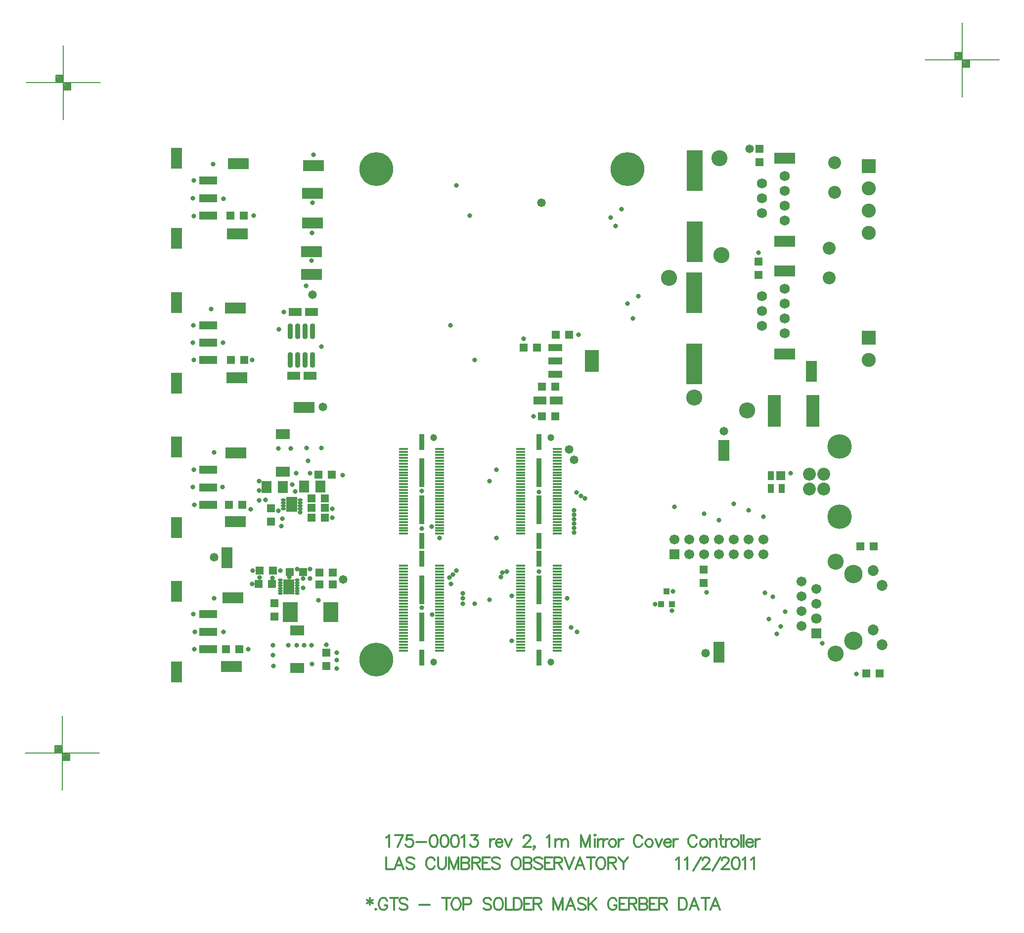
<source format=gts>
%FSLAX23Y23*%
%MOIN*%
G70*
G01*
G75*
G04 Layer_Color=8388736*
%ADD10R,0.025X0.100*%
%ADD11R,0.057X0.012*%
%ADD12R,0.025X0.185*%
%ADD13R,0.085X0.138*%
%ADD14R,0.085X0.043*%
%ADD15R,0.085X0.043*%
%ADD16R,0.035X0.053*%
%ADD17R,0.053X0.053*%
%ADD18R,0.070X0.135*%
%ADD19R,0.036X0.036*%
%ADD20R,0.098X0.268*%
%ADD21R,0.078X0.048*%
%ADD22R,0.063X0.075*%
%ADD23R,0.050X0.050*%
%ADD24R,0.079X0.209*%
%ADD25R,0.094X0.130*%
%ADD26O,0.028X0.098*%
%ADD27R,0.087X0.059*%
%ADD28O,0.027X0.010*%
%ADD29R,0.065X0.094*%
%ADD30O,0.024X0.010*%
%ADD31R,0.135X0.070*%
%ADD32R,0.050X0.050*%
%ADD33R,0.115X0.050*%
%ADD34R,0.065X0.135*%
%ADD35C,0.050*%
%ADD36C,0.008*%
%ADD37C,0.005*%
%ADD38C,0.012*%
%ADD39C,0.010*%
%ADD40C,0.020*%
%ADD41C,0.100*%
%ADD42C,0.030*%
%ADD43C,0.025*%
%ADD44C,0.012*%
%ADD45C,0.012*%
%ADD46C,0.060*%
%ADD47C,0.039*%
%ADD48C,0.220*%
%ADD49C,0.020*%
%ADD50C,0.059*%
%ADD51R,0.059X0.059*%
%ADD52C,0.063*%
%ADD53C,0.116*%
%ADD54C,0.065*%
%ADD55C,0.100*%
%ADD56C,0.079*%
%ADD57R,0.059X0.059*%
%ADD58C,0.059*%
%ADD59C,0.087*%
%ADD60R,0.087X0.087*%
%ADD61C,0.157*%
%ADD62C,0.026*%
%ADD63C,0.024*%
%ADD64C,0.050*%
%ADD65C,0.040*%
%ADD66C,0.070*%
G04:AMPARAMS|DCode=67|XSize=90mil|YSize=90mil|CornerRadius=0mil|HoleSize=0mil|Usage=FLASHONLY|Rotation=0.000|XOffset=0mil|YOffset=0mil|HoleType=Round|Shape=Relief|Width=10mil|Gap=10mil|Entries=4|*
%AMTHD67*
7,0,0,0.090,0.070,0.010,45*
%
%ADD67THD67*%
%ADD68C,0.080*%
%ADD69C,0.206*%
%ADD70C,0.075*%
%ADD71C,0.168*%
%ADD72C,0.080*%
%ADD73C,0.103*%
%ADD74C,0.087*%
%ADD75C,0.075*%
%ADD76C,0.076*%
%ADD77C,0.131*%
%ADD78C,0.053*%
G04:AMPARAMS|DCode=79|XSize=110mil|YSize=110mil|CornerRadius=0mil|HoleSize=0mil|Usage=FLASHONLY|Rotation=0.000|XOffset=0mil|YOffset=0mil|HoleType=Round|Shape=Relief|Width=10mil|Gap=10mil|Entries=4|*
%AMTHD79*
7,0,0,0.110,0.090,0.010,45*
%
%ADD79THD79*%
G04:AMPARAMS|DCode=80|XSize=70mil|YSize=70mil|CornerRadius=0mil|HoleSize=0mil|Usage=FLASHONLY|Rotation=0.000|XOffset=0mil|YOffset=0mil|HoleType=Round|Shape=Relief|Width=10mil|Gap=10mil|Entries=4|*
%AMTHD80*
7,0,0,0.070,0.050,0.010,45*
%
%ADD80THD80*%
G04:AMPARAMS|DCode=81|XSize=120mil|YSize=120mil|CornerRadius=0mil|HoleSize=0mil|Usage=FLASHONLY|Rotation=0.000|XOffset=0mil|YOffset=0mil|HoleType=Round|Shape=Relief|Width=10mil|Gap=10mil|Entries=4|*
%AMTHD81*
7,0,0,0.120,0.100,0.010,45*
%
%ADD81THD81*%
%ADD82C,0.068*%
G04:AMPARAMS|DCode=83|XSize=100mil|YSize=100mil|CornerRadius=0mil|HoleSize=0mil|Usage=FLASHONLY|Rotation=0.000|XOffset=0mil|YOffset=0mil|HoleType=Round|Shape=Relief|Width=10mil|Gap=10mil|Entries=4|*
%AMTHD83*
7,0,0,0.100,0.080,0.010,45*
%
%ADD83THD83*%
G04:AMPARAMS|DCode=84|XSize=123mil|YSize=123mil|CornerRadius=0mil|HoleSize=0mil|Usage=FLASHONLY|Rotation=0.000|XOffset=0mil|YOffset=0mil|HoleType=Round|Shape=Relief|Width=10mil|Gap=10mil|Entries=4|*
%AMTHD84*
7,0,0,0.123,0.103,0.010,45*
%
%ADD84THD84*%
G04:AMPARAMS|DCode=85|XSize=95.433mil|YSize=95.433mil|CornerRadius=0mil|HoleSize=0mil|Usage=FLASHONLY|Rotation=0.000|XOffset=0mil|YOffset=0mil|HoleType=Round|Shape=Relief|Width=10mil|Gap=10mil|Entries=4|*
%AMTHD85*
7,0,0,0.095,0.075,0.010,45*
%
%ADD85THD85*%
G04:AMPARAMS|DCode=86|XSize=107.244mil|YSize=107.244mil|CornerRadius=0mil|HoleSize=0mil|Usage=FLASHONLY|Rotation=0.000|XOffset=0mil|YOffset=0mil|HoleType=Round|Shape=Relief|Width=10mil|Gap=10mil|Entries=4|*
%AMTHD86*
7,0,0,0.107,0.087,0.010,45*
%
%ADD86THD86*%
G04:AMPARAMS|DCode=87|XSize=96.221mil|YSize=96.221mil|CornerRadius=0mil|HoleSize=0mil|Usage=FLASHONLY|Rotation=0.000|XOffset=0mil|YOffset=0mil|HoleType=Round|Shape=Relief|Width=10mil|Gap=10mil|Entries=4|*
%AMTHD87*
7,0,0,0.096,0.076,0.010,45*
%
%ADD87THD87*%
G04:AMPARAMS|DCode=88|XSize=150.551mil|YSize=150.551mil|CornerRadius=0mil|HoleSize=0mil|Usage=FLASHONLY|Rotation=0.000|XOffset=0mil|YOffset=0mil|HoleType=Round|Shape=Relief|Width=10mil|Gap=10mil|Entries=4|*
%AMTHD88*
7,0,0,0.151,0.131,0.010,45*
%
%ADD88THD88*%
G04:AMPARAMS|DCode=89|XSize=72.992mil|YSize=72.992mil|CornerRadius=0mil|HoleSize=0mil|Usage=FLASHONLY|Rotation=0.000|XOffset=0mil|YOffset=0mil|HoleType=Round|Shape=Relief|Width=10mil|Gap=10mil|Entries=4|*
%AMTHD89*
7,0,0,0.073,0.053,0.010,45*
%
%ADD89THD89*%
%ADD90C,0.090*%
G04:AMPARAMS|DCode=91|XSize=88mil|YSize=88mil|CornerRadius=0mil|HoleSize=0mil|Usage=FLASHONLY|Rotation=0.000|XOffset=0mil|YOffset=0mil|HoleType=Round|Shape=Relief|Width=10mil|Gap=10mil|Entries=4|*
%AMTHD91*
7,0,0,0.088,0.068,0.010,45*
%
%ADD91THD91*%
%ADD92C,0.010*%
%ADD93C,0.010*%
%ADD94C,0.020*%
%ADD95C,0.008*%
%ADD96C,0.006*%
%ADD97C,0.007*%
%ADD98R,0.136X0.162*%
%ADD99R,0.033X0.108*%
%ADD100R,0.061X0.016*%
%ADD101R,0.033X0.193*%
%ADD102R,0.093X0.146*%
%ADD103R,0.093X0.051*%
%ADD104R,0.093X0.051*%
%ADD105R,0.043X0.061*%
%ADD106R,0.061X0.061*%
%ADD107R,0.078X0.143*%
%ADD108R,0.044X0.044*%
%ADD109R,0.106X0.276*%
%ADD110R,0.086X0.056*%
%ADD111R,0.071X0.083*%
%ADD112R,0.058X0.058*%
%ADD113R,0.087X0.217*%
%ADD114R,0.102X0.138*%
%ADD115O,0.036X0.106*%
%ADD116R,0.095X0.067*%
%ADD117O,0.035X0.018*%
%ADD118R,0.073X0.102*%
%ADD119O,0.032X0.018*%
%ADD120R,0.143X0.078*%
%ADD121R,0.058X0.058*%
%ADD122R,0.123X0.058*%
%ADD123R,0.073X0.143*%
%ADD124C,0.047*%
%ADD125C,0.228*%
%ADD126C,0.028*%
%ADD127C,0.067*%
%ADD128R,0.067X0.067*%
%ADD129C,0.071*%
%ADD130C,0.124*%
%ADD131C,0.073*%
%ADD132C,0.108*%
%ADD133C,0.087*%
%ADD134R,0.067X0.067*%
%ADD135C,0.067*%
%ADD136C,0.095*%
%ADD137R,0.095X0.095*%
%ADD138C,0.165*%
%ADD139C,0.032*%
%ADD140C,0.058*%
D36*
X11311Y14643D02*
X11321D01*
X11311Y14638D02*
Y14648D01*
Y14638D02*
X11321D01*
Y14648D01*
X11311D02*
X11321D01*
X11306Y14633D02*
Y14648D01*
Y14633D02*
X11326D01*
Y14653D01*
X11306D02*
X11326D01*
X11301Y14628D02*
Y14653D01*
Y14628D02*
X11331D01*
Y14658D01*
X11301D02*
X11331D01*
X11296Y14623D02*
Y14663D01*
Y14623D02*
X11336D01*
Y14663D01*
X11296D02*
X11336D01*
X11361Y14593D02*
X11371D01*
X11361Y14588D02*
Y14598D01*
Y14588D02*
X11371D01*
Y14598D01*
X11361D02*
X11371D01*
X11356Y14583D02*
Y14598D01*
Y14583D02*
X11376D01*
Y14603D01*
X11356D02*
X11376D01*
X11351Y14578D02*
Y14603D01*
Y14578D02*
X11381D01*
Y14608D01*
X11351D02*
X11381D01*
X11346Y14573D02*
Y14613D01*
Y14573D02*
X11386D01*
Y14613D01*
X11346D02*
X11386D01*
X11341Y14568D02*
X11391D01*
Y14618D01*
X11291Y14668D02*
X11341D01*
X11291Y14618D02*
Y14668D01*
X11341Y14368D02*
Y14868D01*
X11091Y14618D02*
X11591D01*
X11302Y10123D02*
X11312D01*
X11302Y10118D02*
Y10128D01*
Y10118D02*
X11312D01*
Y10128D01*
X11302D02*
X11312D01*
X11297Y10113D02*
Y10128D01*
Y10113D02*
X11317D01*
Y10133D01*
X11297D02*
X11317D01*
X11292Y10108D02*
Y10133D01*
Y10108D02*
X11322D01*
Y10138D01*
X11292D02*
X11322D01*
X11287Y10103D02*
Y10143D01*
Y10103D02*
X11327D01*
Y10143D01*
X11287D02*
X11327D01*
X11352Y10073D02*
X11362D01*
X11352Y10068D02*
Y10078D01*
Y10068D02*
X11362D01*
Y10078D01*
X11352D02*
X11362D01*
X11347Y10063D02*
Y10078D01*
Y10063D02*
X11367D01*
Y10083D01*
X11347D02*
X11367D01*
X11342Y10058D02*
Y10083D01*
Y10058D02*
X11372D01*
Y10088D01*
X11342D02*
X11372D01*
X11337Y10053D02*
Y10093D01*
Y10053D02*
X11377D01*
Y10093D01*
X11337D02*
X11377D01*
X11332Y10048D02*
X11382D01*
Y10098D01*
X11282Y10148D02*
X11332D01*
X11282Y10098D02*
Y10148D01*
X11332Y9848D02*
Y10348D01*
X11082Y10098D02*
X11582D01*
X17370Y14798D02*
X17380D01*
X17370Y14793D02*
Y14803D01*
Y14793D02*
X17380Y14793D01*
X17380Y14803D01*
X17370D02*
X17380D01*
X17365Y14788D02*
Y14803D01*
Y14788D02*
X17385D01*
Y14808D01*
X17365Y14808D02*
X17385Y14808D01*
X17360Y14783D02*
Y14808D01*
Y14783D02*
X17390D01*
Y14813D01*
X17360D02*
X17390D01*
X17355Y14778D02*
Y14818D01*
Y14778D02*
X17395D01*
Y14818D01*
X17355D02*
X17395D01*
X17420Y14748D02*
X17430D01*
X17420Y14743D02*
X17420Y14753D01*
X17420Y14743D02*
X17430D01*
Y14753D01*
X17420Y14753D02*
X17430Y14753D01*
X17415Y14738D02*
Y14753D01*
Y14738D02*
X17435Y14738D01*
X17435Y14758D02*
X17435Y14738D01*
X17415Y14758D02*
X17435D01*
X17410Y14733D02*
Y14758D01*
Y14733D02*
X17440D01*
Y14763D01*
X17410D02*
X17440D01*
X17405Y14728D02*
Y14768D01*
Y14728D02*
X17445D01*
Y14768D01*
X17405D02*
X17445D01*
X17400Y14723D02*
X17450Y14723D01*
X17450Y14773D02*
X17450Y14723D01*
X17350Y14823D02*
X17400Y14823D01*
X17350Y14823D02*
X17350Y14773D01*
X17400Y14523D02*
Y15023D01*
X17150Y14773D02*
X17650D01*
D38*
X13518Y9531D02*
X13526Y9535D01*
X13537Y9546D01*
Y9466D01*
X13630Y9546D02*
X13592Y9466D01*
X13577Y9546D02*
X13630D01*
X13694D02*
X13656D01*
X13652Y9512D01*
X13656Y9516D01*
X13667Y9520D01*
X13679D01*
X13690Y9516D01*
X13698Y9508D01*
X13701Y9497D01*
Y9489D01*
X13698Y9478D01*
X13690Y9470D01*
X13679Y9466D01*
X13667D01*
X13656Y9470D01*
X13652Y9474D01*
X13648Y9482D01*
X13719Y9501D02*
X13788D01*
X13834Y9546D02*
X13823Y9543D01*
X13815Y9531D01*
X13811Y9512D01*
Y9501D01*
X13815Y9482D01*
X13823Y9470D01*
X13834Y9466D01*
X13842D01*
X13853Y9470D01*
X13861Y9482D01*
X13865Y9501D01*
Y9512D01*
X13861Y9531D01*
X13853Y9543D01*
X13842Y9546D01*
X13834D01*
X13906D02*
X13894Y9543D01*
X13886Y9531D01*
X13883Y9512D01*
Y9501D01*
X13886Y9482D01*
X13894Y9470D01*
X13906Y9466D01*
X13913D01*
X13925Y9470D01*
X13932Y9482D01*
X13936Y9501D01*
Y9512D01*
X13932Y9531D01*
X13925Y9543D01*
X13913Y9546D01*
X13906D01*
X13977D02*
X13965Y9543D01*
X13958Y9531D01*
X13954Y9512D01*
Y9501D01*
X13958Y9482D01*
X13965Y9470D01*
X13977Y9466D01*
X13984D01*
X13996Y9470D01*
X14003Y9482D01*
X14007Y9501D01*
Y9512D01*
X14003Y9531D01*
X13996Y9543D01*
X13984Y9546D01*
X13977D01*
X14025Y9531D02*
X14033Y9535D01*
X14044Y9546D01*
Y9466D01*
X14091Y9546D02*
X14133D01*
X14110Y9516D01*
X14122D01*
X14129Y9512D01*
X14133Y9508D01*
X14137Y9497D01*
Y9489D01*
X14133Y9478D01*
X14126Y9470D01*
X14114Y9466D01*
X14103D01*
X14091Y9470D01*
X14088Y9474D01*
X14084Y9482D01*
X14218Y9520D02*
Y9466D01*
Y9497D02*
X14222Y9508D01*
X14229Y9516D01*
X14237Y9520D01*
X14248D01*
X14256Y9497D02*
X14301D01*
Y9504D01*
X14297Y9512D01*
X14294Y9516D01*
X14286Y9520D01*
X14275D01*
X14267Y9516D01*
X14259Y9508D01*
X14256Y9497D01*
Y9489D01*
X14259Y9478D01*
X14267Y9470D01*
X14275Y9466D01*
X14286D01*
X14294Y9470D01*
X14301Y9478D01*
X14318Y9520D02*
X14341Y9466D01*
X14364Y9520D02*
X14341Y9466D01*
X14444Y9527D02*
Y9531D01*
X14447Y9539D01*
X14451Y9543D01*
X14459Y9546D01*
X14474D01*
X14482Y9543D01*
X14486Y9539D01*
X14489Y9531D01*
Y9523D01*
X14486Y9516D01*
X14478Y9504D01*
X14440Y9466D01*
X14493D01*
X14519Y9470D02*
X14515Y9466D01*
X14511Y9470D01*
X14515Y9474D01*
X14519Y9470D01*
Y9463D01*
X14515Y9455D01*
X14511Y9451D01*
X14599Y9531D02*
X14607Y9535D01*
X14618Y9546D01*
Y9466D01*
X14658Y9520D02*
Y9466D01*
Y9504D02*
X14669Y9516D01*
X14677Y9520D01*
X14688D01*
X14696Y9516D01*
X14700Y9504D01*
Y9466D01*
Y9504D02*
X14711Y9516D01*
X14719Y9520D01*
X14730D01*
X14738Y9516D01*
X14742Y9504D01*
Y9466D01*
X14830Y9546D02*
Y9466D01*
Y9546D02*
X14860Y9466D01*
X14890Y9546D02*
X14860Y9466D01*
X14890Y9546D02*
Y9466D01*
X14921Y9546D02*
X14925Y9543D01*
X14929Y9546D01*
X14925Y9550D01*
X14921Y9546D01*
X14925Y9520D02*
Y9466D01*
X14943Y9520D02*
Y9466D01*
Y9497D02*
X14946Y9508D01*
X14954Y9516D01*
X14962Y9520D01*
X14973D01*
X14980D02*
Y9466D01*
Y9497D02*
X14984Y9508D01*
X14992Y9516D01*
X14999Y9520D01*
X15011D01*
X15037D02*
X15029Y9516D01*
X15022Y9508D01*
X15018Y9497D01*
Y9489D01*
X15022Y9478D01*
X15029Y9470D01*
X15037Y9466D01*
X15049D01*
X15056Y9470D01*
X15064Y9478D01*
X15068Y9489D01*
Y9497D01*
X15064Y9508D01*
X15056Y9516D01*
X15049Y9520D01*
X15037D01*
X15085D02*
Y9466D01*
Y9497D02*
X15089Y9508D01*
X15097Y9516D01*
X15104Y9520D01*
X15116D01*
X15243Y9527D02*
X15239Y9535D01*
X15231Y9543D01*
X15224Y9546D01*
X15208D01*
X15201Y9543D01*
X15193Y9535D01*
X15189Y9527D01*
X15186Y9516D01*
Y9497D01*
X15189Y9485D01*
X15193Y9478D01*
X15201Y9470D01*
X15208Y9466D01*
X15224D01*
X15231Y9470D01*
X15239Y9478D01*
X15243Y9485D01*
X15284Y9520D02*
X15277Y9516D01*
X15269Y9508D01*
X15265Y9497D01*
Y9489D01*
X15269Y9478D01*
X15277Y9470D01*
X15284Y9466D01*
X15296D01*
X15303Y9470D01*
X15311Y9478D01*
X15315Y9489D01*
Y9497D01*
X15311Y9508D01*
X15303Y9516D01*
X15296Y9520D01*
X15284D01*
X15332D02*
X15355Y9466D01*
X15378Y9520D02*
X15355Y9466D01*
X15391Y9497D02*
X15437D01*
Y9504D01*
X15433Y9512D01*
X15429Y9516D01*
X15421Y9520D01*
X15410D01*
X15402Y9516D01*
X15395Y9508D01*
X15391Y9497D01*
Y9489D01*
X15395Y9478D01*
X15402Y9470D01*
X15410Y9466D01*
X15421D01*
X15429Y9470D01*
X15437Y9478D01*
X15454Y9520D02*
Y9466D01*
Y9497D02*
X15458Y9508D01*
X15465Y9516D01*
X15473Y9520D01*
X15484D01*
X15611Y9527D02*
X15608Y9535D01*
X15600Y9543D01*
X15592Y9546D01*
X15577D01*
X15570Y9543D01*
X15562Y9535D01*
X15558Y9527D01*
X15554Y9516D01*
Y9497D01*
X15558Y9485D01*
X15562Y9478D01*
X15570Y9470D01*
X15577Y9466D01*
X15592D01*
X15600Y9470D01*
X15608Y9478D01*
X15611Y9485D01*
X15653Y9520D02*
X15645Y9516D01*
X15638Y9508D01*
X15634Y9497D01*
Y9489D01*
X15638Y9478D01*
X15645Y9470D01*
X15653Y9466D01*
X15664D01*
X15672Y9470D01*
X15680Y9478D01*
X15683Y9489D01*
Y9497D01*
X15680Y9508D01*
X15672Y9516D01*
X15664Y9520D01*
X15653D01*
X15701D02*
Y9466D01*
Y9504D02*
X15712Y9516D01*
X15720Y9520D01*
X15731D01*
X15739Y9516D01*
X15743Y9504D01*
Y9466D01*
X15775Y9546D02*
Y9482D01*
X15779Y9470D01*
X15787Y9466D01*
X15794D01*
X15764Y9520D02*
X15790D01*
X15806D02*
Y9466D01*
Y9497D02*
X15809Y9508D01*
X15817Y9516D01*
X15825Y9520D01*
X15836D01*
X15862D02*
X15855Y9516D01*
X15847Y9508D01*
X15843Y9497D01*
Y9489D01*
X15847Y9478D01*
X15855Y9470D01*
X15862Y9466D01*
X15874D01*
X15881Y9470D01*
X15889Y9478D01*
X15893Y9489D01*
Y9497D01*
X15889Y9508D01*
X15881Y9516D01*
X15874Y9520D01*
X15862D01*
X15910Y9546D02*
Y9466D01*
X15927Y9546D02*
Y9466D01*
X15944Y9497D02*
X15990D01*
Y9504D01*
X15986Y9512D01*
X15982Y9516D01*
X15974Y9520D01*
X15963D01*
X15955Y9516D01*
X15948Y9508D01*
X15944Y9497D01*
Y9489D01*
X15948Y9478D01*
X15955Y9470D01*
X15963Y9466D01*
X15974D01*
X15982Y9470D01*
X15990Y9478D01*
X16007Y9520D02*
Y9466D01*
Y9497D02*
X16011Y9508D01*
X16018Y9516D01*
X16026Y9520D01*
X16037D01*
D44*
X13407Y9122D02*
Y9076D01*
X13388Y9110D02*
X13426Y9087D01*
Y9110D02*
X13388Y9087D01*
X13447Y9049D02*
X13443Y9045D01*
X13447Y9042D01*
X13450Y9045D01*
X13447Y9049D01*
X13525Y9103D02*
X13521Y9110D01*
X13514Y9118D01*
X13506Y9122D01*
X13491D01*
X13483Y9118D01*
X13475Y9110D01*
X13472Y9103D01*
X13468Y9091D01*
Y9072D01*
X13472Y9061D01*
X13475Y9053D01*
X13483Y9045D01*
X13491Y9042D01*
X13506D01*
X13514Y9045D01*
X13521Y9053D01*
X13525Y9061D01*
Y9072D01*
X13506D02*
X13525D01*
X13570Y9122D02*
Y9042D01*
X13543Y9122D02*
X13597D01*
X13659Y9110D02*
X13652Y9118D01*
X13640Y9122D01*
X13625D01*
X13614Y9118D01*
X13606Y9110D01*
Y9103D01*
X13610Y9095D01*
X13614Y9091D01*
X13621Y9087D01*
X13644Y9080D01*
X13652Y9076D01*
X13656Y9072D01*
X13659Y9064D01*
Y9053D01*
X13652Y9045D01*
X13640Y9042D01*
X13625D01*
X13614Y9045D01*
X13606Y9053D01*
X13740Y9076D02*
X13809D01*
X13922Y9122D02*
Y9042D01*
X13895Y9122D02*
X13949D01*
X13981D02*
X13973Y9118D01*
X13966Y9110D01*
X13962Y9103D01*
X13958Y9091D01*
Y9072D01*
X13962Y9061D01*
X13966Y9053D01*
X13973Y9045D01*
X13981Y9042D01*
X13996D01*
X14004Y9045D01*
X14011Y9053D01*
X14015Y9061D01*
X14019Y9072D01*
Y9091D01*
X14015Y9103D01*
X14011Y9110D01*
X14004Y9118D01*
X13996Y9122D01*
X13981D01*
X14038Y9080D02*
X14072D01*
X14083Y9084D01*
X14087Y9087D01*
X14091Y9095D01*
Y9106D01*
X14087Y9114D01*
X14083Y9118D01*
X14072Y9122D01*
X14038D01*
Y9042D01*
X14225Y9110D02*
X14217Y9118D01*
X14206Y9122D01*
X14191D01*
X14179Y9118D01*
X14172Y9110D01*
Y9103D01*
X14176Y9095D01*
X14179Y9091D01*
X14187Y9087D01*
X14210Y9080D01*
X14217Y9076D01*
X14221Y9072D01*
X14225Y9064D01*
Y9053D01*
X14217Y9045D01*
X14206Y9042D01*
X14191D01*
X14179Y9045D01*
X14172Y9053D01*
X14266Y9122D02*
X14258Y9118D01*
X14251Y9110D01*
X14247Y9103D01*
X14243Y9091D01*
Y9072D01*
X14247Y9061D01*
X14251Y9053D01*
X14258Y9045D01*
X14266Y9042D01*
X14281D01*
X14289Y9045D01*
X14296Y9053D01*
X14300Y9061D01*
X14304Y9072D01*
Y9091D01*
X14300Y9103D01*
X14296Y9110D01*
X14289Y9118D01*
X14281Y9122D01*
X14266D01*
X14323D02*
Y9042D01*
X14368D01*
X14377Y9122D02*
Y9042D01*
Y9122D02*
X14404D01*
X14415Y9118D01*
X14423Y9110D01*
X14427Y9103D01*
X14430Y9091D01*
Y9072D01*
X14427Y9061D01*
X14423Y9053D01*
X14415Y9045D01*
X14404Y9042D01*
X14377D01*
X14498Y9122D02*
X14448D01*
Y9042D01*
X14498D01*
X14448Y9084D02*
X14479D01*
X14511Y9122D02*
Y9042D01*
Y9122D02*
X14545D01*
X14557Y9118D01*
X14561Y9114D01*
X14564Y9106D01*
Y9099D01*
X14561Y9091D01*
X14557Y9087D01*
X14545Y9084D01*
X14511D01*
X14538D02*
X14564Y9042D01*
X14645Y9122D02*
Y9042D01*
Y9122D02*
X14676Y9042D01*
X14706Y9122D02*
X14676Y9042D01*
X14706Y9122D02*
Y9042D01*
X14790D02*
X14759Y9122D01*
X14729Y9042D01*
X14740Y9068D02*
X14778D01*
X14862Y9110D02*
X14854Y9118D01*
X14843Y9122D01*
X14828D01*
X14816Y9118D01*
X14809Y9110D01*
Y9103D01*
X14812Y9095D01*
X14816Y9091D01*
X14824Y9087D01*
X14847Y9080D01*
X14854Y9076D01*
X14858Y9072D01*
X14862Y9064D01*
Y9053D01*
X14854Y9045D01*
X14843Y9042D01*
X14828D01*
X14816Y9045D01*
X14809Y9053D01*
X14880Y9122D02*
Y9042D01*
X14933Y9122D02*
X14880Y9068D01*
X14899Y9087D02*
X14933Y9042D01*
X15071Y9103D02*
X15067Y9110D01*
X15060Y9118D01*
X15052Y9122D01*
X15037D01*
X15029Y9118D01*
X15021Y9110D01*
X15018Y9103D01*
X15014Y9091D01*
Y9072D01*
X15018Y9061D01*
X15021Y9053D01*
X15029Y9045D01*
X15037Y9042D01*
X15052D01*
X15060Y9045D01*
X15067Y9053D01*
X15071Y9061D01*
Y9072D01*
X15052D02*
X15071D01*
X15139Y9122D02*
X15089D01*
Y9042D01*
X15139D01*
X15089Y9084D02*
X15120D01*
X15152Y9122D02*
Y9042D01*
Y9122D02*
X15186D01*
X15198Y9118D01*
X15202Y9114D01*
X15205Y9106D01*
Y9099D01*
X15202Y9091D01*
X15198Y9087D01*
X15186Y9084D01*
X15152D01*
X15179D02*
X15205Y9042D01*
X15223Y9122D02*
Y9042D01*
Y9122D02*
X15258D01*
X15269Y9118D01*
X15273Y9114D01*
X15277Y9106D01*
Y9099D01*
X15273Y9091D01*
X15269Y9087D01*
X15258Y9084D01*
X15223D02*
X15258D01*
X15269Y9080D01*
X15273Y9076D01*
X15277Y9068D01*
Y9057D01*
X15273Y9049D01*
X15269Y9045D01*
X15258Y9042D01*
X15223D01*
X15344Y9122D02*
X15295D01*
Y9042D01*
X15344D01*
X15295Y9084D02*
X15325D01*
X15357Y9122D02*
Y9042D01*
Y9122D02*
X15392D01*
X15403Y9118D01*
X15407Y9114D01*
X15411Y9106D01*
Y9099D01*
X15407Y9091D01*
X15403Y9087D01*
X15392Y9084D01*
X15357D01*
X15384D02*
X15411Y9042D01*
X15491Y9122D02*
Y9042D01*
Y9122D02*
X15518D01*
X15530Y9118D01*
X15537Y9110D01*
X15541Y9103D01*
X15545Y9091D01*
Y9072D01*
X15541Y9061D01*
X15537Y9053D01*
X15530Y9045D01*
X15518Y9042D01*
X15491D01*
X15624D02*
X15593Y9122D01*
X15563Y9042D01*
X15574Y9068D02*
X15612D01*
X15669Y9122D02*
Y9042D01*
X15642Y9122D02*
X15696D01*
X15766Y9042D02*
X15736Y9122D01*
X15705Y9042D01*
X15717Y9068D02*
X15755D01*
D45*
X13518Y9396D02*
Y9316D01*
X13564D01*
X13634D02*
X13603Y9396D01*
X13573Y9316D01*
X13584Y9343D02*
X13622D01*
X13706Y9385D02*
X13698Y9393D01*
X13687Y9396D01*
X13671D01*
X13660Y9393D01*
X13652Y9385D01*
Y9377D01*
X13656Y9370D01*
X13660Y9366D01*
X13667Y9362D01*
X13690Y9354D01*
X13698Y9351D01*
X13702Y9347D01*
X13706Y9339D01*
Y9328D01*
X13698Y9320D01*
X13687Y9316D01*
X13671D01*
X13660Y9320D01*
X13652Y9328D01*
X13843Y9377D02*
X13840Y9385D01*
X13832Y9393D01*
X13824Y9396D01*
X13809D01*
X13802Y9393D01*
X13794Y9385D01*
X13790Y9377D01*
X13786Y9366D01*
Y9347D01*
X13790Y9335D01*
X13794Y9328D01*
X13802Y9320D01*
X13809Y9316D01*
X13824D01*
X13832Y9320D01*
X13840Y9328D01*
X13843Y9335D01*
X13866Y9396D02*
Y9339D01*
X13870Y9328D01*
X13877Y9320D01*
X13889Y9316D01*
X13896D01*
X13908Y9320D01*
X13915Y9328D01*
X13919Y9339D01*
Y9396D01*
X13941D02*
Y9316D01*
Y9396D02*
X13972Y9316D01*
X14002Y9396D02*
X13972Y9316D01*
X14002Y9396D02*
Y9316D01*
X14025Y9396D02*
Y9316D01*
Y9396D02*
X14059D01*
X14071Y9393D01*
X14075Y9389D01*
X14078Y9381D01*
Y9373D01*
X14075Y9366D01*
X14071Y9362D01*
X14059Y9358D01*
X14025D02*
X14059D01*
X14071Y9354D01*
X14075Y9351D01*
X14078Y9343D01*
Y9332D01*
X14075Y9324D01*
X14071Y9320D01*
X14059Y9316D01*
X14025D01*
X14096Y9396D02*
Y9316D01*
Y9396D02*
X14131D01*
X14142Y9393D01*
X14146Y9389D01*
X14150Y9381D01*
Y9373D01*
X14146Y9366D01*
X14142Y9362D01*
X14131Y9358D01*
X14096D01*
X14123D02*
X14150Y9316D01*
X14217Y9396D02*
X14168D01*
Y9316D01*
X14217D01*
X14168Y9358D02*
X14198D01*
X14284Y9385D02*
X14276Y9393D01*
X14265Y9396D01*
X14249D01*
X14238Y9393D01*
X14230Y9385D01*
Y9377D01*
X14234Y9370D01*
X14238Y9366D01*
X14246Y9362D01*
X14268Y9354D01*
X14276Y9351D01*
X14280Y9347D01*
X14284Y9339D01*
Y9328D01*
X14276Y9320D01*
X14265Y9316D01*
X14249D01*
X14238Y9320D01*
X14230Y9328D01*
X14387Y9396D02*
X14380Y9393D01*
X14372Y9385D01*
X14368Y9377D01*
X14364Y9366D01*
Y9347D01*
X14368Y9335D01*
X14372Y9328D01*
X14380Y9320D01*
X14387Y9316D01*
X14403D01*
X14410Y9320D01*
X14418Y9328D01*
X14422Y9335D01*
X14425Y9347D01*
Y9366D01*
X14422Y9377D01*
X14418Y9385D01*
X14410Y9393D01*
X14403Y9396D01*
X14387D01*
X14444D02*
Y9316D01*
Y9396D02*
X14478D01*
X14490Y9393D01*
X14494Y9389D01*
X14497Y9381D01*
Y9373D01*
X14494Y9366D01*
X14490Y9362D01*
X14478Y9358D01*
X14444D02*
X14478D01*
X14490Y9354D01*
X14494Y9351D01*
X14497Y9343D01*
Y9332D01*
X14494Y9324D01*
X14490Y9320D01*
X14478Y9316D01*
X14444D01*
X14569Y9385D02*
X14561Y9393D01*
X14550Y9396D01*
X14534D01*
X14523Y9393D01*
X14515Y9385D01*
Y9377D01*
X14519Y9370D01*
X14523Y9366D01*
X14531Y9362D01*
X14553Y9354D01*
X14561Y9351D01*
X14565Y9347D01*
X14569Y9339D01*
Y9328D01*
X14561Y9320D01*
X14550Y9316D01*
X14534D01*
X14523Y9320D01*
X14515Y9328D01*
X14636Y9396D02*
X14587D01*
Y9316D01*
X14636D01*
X14587Y9358D02*
X14617D01*
X14649Y9396D02*
Y9316D01*
Y9396D02*
X14684D01*
X14695Y9393D01*
X14699Y9389D01*
X14703Y9381D01*
Y9373D01*
X14699Y9366D01*
X14695Y9362D01*
X14684Y9358D01*
X14649D01*
X14676D02*
X14703Y9316D01*
X14721Y9396D02*
X14751Y9316D01*
X14782Y9396D02*
X14751Y9316D01*
X14853D02*
X14822Y9396D01*
X14792Y9316D01*
X14803Y9343D02*
X14841D01*
X14898Y9396D02*
Y9316D01*
X14871Y9396D02*
X14925D01*
X14957D02*
X14949Y9393D01*
X14942Y9385D01*
X14938Y9377D01*
X14934Y9366D01*
Y9347D01*
X14938Y9335D01*
X14942Y9328D01*
X14949Y9320D01*
X14957Y9316D01*
X14972D01*
X14980Y9320D01*
X14988Y9328D01*
X14991Y9335D01*
X14995Y9347D01*
Y9366D01*
X14991Y9377D01*
X14988Y9385D01*
X14980Y9393D01*
X14972Y9396D01*
X14957D01*
X15014D02*
Y9316D01*
Y9396D02*
X15048D01*
X15060Y9393D01*
X15063Y9389D01*
X15067Y9381D01*
Y9373D01*
X15063Y9366D01*
X15060Y9362D01*
X15048Y9358D01*
X15014D01*
X15041D02*
X15067Y9316D01*
X15085Y9396D02*
X15116Y9358D01*
Y9316D01*
X15146Y9396D02*
X15116Y9358D01*
X15471Y9381D02*
X15478Y9385D01*
X15490Y9396D01*
Y9316D01*
X15529Y9381D02*
X15537Y9385D01*
X15548Y9396D01*
Y9316D01*
X15588Y9305D02*
X15641Y9396D01*
X15650Y9377D02*
Y9381D01*
X15654Y9389D01*
X15658Y9393D01*
X15666Y9396D01*
X15681D01*
X15688Y9393D01*
X15692Y9389D01*
X15696Y9381D01*
Y9373D01*
X15692Y9366D01*
X15685Y9354D01*
X15646Y9316D01*
X15700D01*
X15718Y9305D02*
X15771Y9396D01*
X15780Y9377D02*
Y9381D01*
X15784Y9389D01*
X15788Y9393D01*
X15795Y9396D01*
X15811D01*
X15818Y9393D01*
X15822Y9389D01*
X15826Y9381D01*
Y9373D01*
X15822Y9366D01*
X15814Y9354D01*
X15776Y9316D01*
X15830D01*
X15870Y9396D02*
X15859Y9393D01*
X15851Y9381D01*
X15848Y9362D01*
Y9351D01*
X15851Y9332D01*
X15859Y9320D01*
X15870Y9316D01*
X15878D01*
X15889Y9320D01*
X15897Y9332D01*
X15901Y9351D01*
Y9362D01*
X15897Y9381D01*
X15889Y9393D01*
X15878Y9396D01*
X15870D01*
X15919Y9381D02*
X15926Y9385D01*
X15938Y9396D01*
Y9316D01*
X15977Y9381D02*
X15985Y9385D01*
X15996Y9396D01*
Y9316D01*
D82*
X16202Y13690D02*
D03*
X16049Y13740D02*
D03*
X16202Y13790D02*
D03*
X16049Y13840D02*
D03*
X16202Y13890D02*
D03*
X16049Y13940D02*
D03*
X16202Y13990D02*
D03*
Y12930D02*
D03*
X16049Y12980D02*
D03*
X16202Y13030D02*
D03*
X16049Y13080D02*
D03*
X16202Y13130D02*
D03*
X16049Y13180D02*
D03*
X16202Y13230D02*
D03*
D99*
X14547Y11409D02*
D03*
Y11531D02*
D03*
Y12196D02*
D03*
Y10744D02*
D03*
X13757Y11409D02*
D03*
Y11531D02*
D03*
Y12196D02*
D03*
Y10744D02*
D03*
D100*
X14669Y12149D02*
D03*
Y12129D02*
D03*
Y12110D02*
D03*
Y12090D02*
D03*
Y12070D02*
D03*
Y12050D02*
D03*
Y12031D02*
D03*
Y12011D02*
D03*
Y11991D02*
D03*
Y11972D02*
D03*
Y11952D02*
D03*
Y11932D02*
D03*
Y11913D02*
D03*
Y11893D02*
D03*
Y11873D02*
D03*
Y11854D02*
D03*
Y11834D02*
D03*
Y11814D02*
D03*
Y11795D02*
D03*
Y11775D02*
D03*
Y11755D02*
D03*
Y11736D02*
D03*
Y11716D02*
D03*
Y11696D02*
D03*
Y11676D02*
D03*
Y11657D02*
D03*
Y11637D02*
D03*
Y11617D02*
D03*
Y11598D02*
D03*
Y11578D02*
D03*
Y11362D02*
D03*
Y11342D02*
D03*
Y11322D02*
D03*
Y11302D02*
D03*
Y11283D02*
D03*
Y11263D02*
D03*
Y11243D02*
D03*
Y11224D02*
D03*
Y11204D02*
D03*
Y11184D02*
D03*
Y11165D02*
D03*
Y11145D02*
D03*
Y11125D02*
D03*
Y11106D02*
D03*
Y11086D02*
D03*
Y11066D02*
D03*
Y11047D02*
D03*
Y11027D02*
D03*
Y11007D02*
D03*
Y10987D02*
D03*
Y10968D02*
D03*
Y10948D02*
D03*
Y10928D02*
D03*
Y10909D02*
D03*
Y10889D02*
D03*
Y10869D02*
D03*
Y10850D02*
D03*
Y10830D02*
D03*
Y10810D02*
D03*
Y10791D02*
D03*
X14425Y12149D02*
D03*
Y12129D02*
D03*
Y12110D02*
D03*
Y12090D02*
D03*
Y12070D02*
D03*
Y12050D02*
D03*
Y12031D02*
D03*
Y12011D02*
D03*
Y11991D02*
D03*
Y11972D02*
D03*
Y11952D02*
D03*
Y11932D02*
D03*
Y11913D02*
D03*
Y11893D02*
D03*
Y11873D02*
D03*
Y11854D02*
D03*
Y11834D02*
D03*
Y11814D02*
D03*
Y11795D02*
D03*
Y11775D02*
D03*
Y11755D02*
D03*
Y11736D02*
D03*
Y11716D02*
D03*
Y11696D02*
D03*
Y11676D02*
D03*
Y11657D02*
D03*
Y11637D02*
D03*
Y11617D02*
D03*
Y11598D02*
D03*
Y11578D02*
D03*
Y11362D02*
D03*
Y11342D02*
D03*
Y11322D02*
D03*
Y11302D02*
D03*
Y11283D02*
D03*
Y11263D02*
D03*
Y11243D02*
D03*
Y11224D02*
D03*
Y11204D02*
D03*
Y11184D02*
D03*
Y11165D02*
D03*
Y11145D02*
D03*
Y11125D02*
D03*
Y11106D02*
D03*
Y11086D02*
D03*
Y11066D02*
D03*
Y11047D02*
D03*
Y11027D02*
D03*
Y11007D02*
D03*
Y10987D02*
D03*
Y10968D02*
D03*
Y10948D02*
D03*
Y10928D02*
D03*
Y10909D02*
D03*
Y10889D02*
D03*
Y10869D02*
D03*
Y10850D02*
D03*
Y10830D02*
D03*
Y10810D02*
D03*
Y10791D02*
D03*
X13878Y12149D02*
D03*
Y12129D02*
D03*
Y12110D02*
D03*
Y12090D02*
D03*
Y12070D02*
D03*
Y12050D02*
D03*
Y12031D02*
D03*
Y12011D02*
D03*
Y11991D02*
D03*
Y11972D02*
D03*
Y11952D02*
D03*
Y11932D02*
D03*
Y11913D02*
D03*
Y11893D02*
D03*
Y11873D02*
D03*
Y11854D02*
D03*
Y11834D02*
D03*
Y11814D02*
D03*
Y11795D02*
D03*
Y11775D02*
D03*
Y11755D02*
D03*
Y11736D02*
D03*
Y11716D02*
D03*
Y11696D02*
D03*
Y11676D02*
D03*
Y11657D02*
D03*
Y11637D02*
D03*
Y11617D02*
D03*
Y11598D02*
D03*
Y11578D02*
D03*
Y11362D02*
D03*
Y11342D02*
D03*
Y11322D02*
D03*
Y11302D02*
D03*
Y11283D02*
D03*
Y11263D02*
D03*
Y11243D02*
D03*
Y11224D02*
D03*
Y11204D02*
D03*
Y11184D02*
D03*
Y11165D02*
D03*
Y11145D02*
D03*
Y11125D02*
D03*
Y11106D02*
D03*
Y11086D02*
D03*
Y11066D02*
D03*
Y11047D02*
D03*
Y11027D02*
D03*
Y11007D02*
D03*
Y10987D02*
D03*
Y10968D02*
D03*
Y10948D02*
D03*
Y10928D02*
D03*
Y10909D02*
D03*
Y10889D02*
D03*
Y10869D02*
D03*
Y10850D02*
D03*
Y10830D02*
D03*
Y10810D02*
D03*
Y10791D02*
D03*
X13635Y12149D02*
D03*
Y12129D02*
D03*
Y12110D02*
D03*
Y12090D02*
D03*
Y12070D02*
D03*
Y12050D02*
D03*
Y12031D02*
D03*
Y12011D02*
D03*
Y11991D02*
D03*
Y11972D02*
D03*
Y11952D02*
D03*
Y11932D02*
D03*
Y11913D02*
D03*
Y11893D02*
D03*
Y11873D02*
D03*
Y11854D02*
D03*
Y11834D02*
D03*
Y11814D02*
D03*
Y11795D02*
D03*
Y11775D02*
D03*
Y11755D02*
D03*
Y11736D02*
D03*
Y11716D02*
D03*
Y11696D02*
D03*
Y11676D02*
D03*
Y11657D02*
D03*
Y11637D02*
D03*
Y11617D02*
D03*
Y11598D02*
D03*
Y11578D02*
D03*
Y11362D02*
D03*
Y11342D02*
D03*
Y11322D02*
D03*
Y11302D02*
D03*
Y11283D02*
D03*
Y11263D02*
D03*
Y11243D02*
D03*
Y11224D02*
D03*
Y11204D02*
D03*
Y11184D02*
D03*
Y11165D02*
D03*
Y11145D02*
D03*
Y11125D02*
D03*
Y11106D02*
D03*
Y11086D02*
D03*
Y11066D02*
D03*
Y11047D02*
D03*
Y11027D02*
D03*
Y11007D02*
D03*
Y10987D02*
D03*
Y10968D02*
D03*
Y10948D02*
D03*
Y10928D02*
D03*
Y10909D02*
D03*
Y10889D02*
D03*
Y10869D02*
D03*
Y10850D02*
D03*
Y10830D02*
D03*
Y10810D02*
D03*
Y10791D02*
D03*
D101*
X14547Y11988D02*
D03*
Y11738D02*
D03*
Y10951D02*
D03*
Y11201D02*
D03*
X13757Y11988D02*
D03*
Y11738D02*
D03*
Y10951D02*
D03*
Y11201D02*
D03*
D102*
X14902Y12743D02*
D03*
D103*
X14658Y12653D02*
D03*
Y12834D02*
D03*
D104*
Y12743D02*
D03*
D105*
X16109Y11971D02*
D03*
Y11884D02*
D03*
X16183D02*
D03*
D106*
X16176Y11971D02*
D03*
D107*
X15793Y12138D02*
D03*
X16382Y12674D02*
D03*
X12442Y11417D02*
D03*
X15759Y10779D02*
D03*
D108*
X15369Y11104D02*
D03*
X15406Y11190D02*
D03*
X15443Y11104D02*
D03*
D109*
X15598Y13545D02*
D03*
Y14025D02*
D03*
X15595Y12722D02*
D03*
Y13202D02*
D03*
D110*
X13004Y12642D02*
D03*
X12894D02*
D03*
X14553Y12475D02*
D03*
X14663D02*
D03*
X13015Y13073D02*
D03*
X12905D02*
D03*
D111*
X13074Y11895D02*
D03*
X12964D02*
D03*
X12710Y11892D02*
D03*
X12820D02*
D03*
D112*
X14566Y12570D02*
D03*
X14656D02*
D03*
X12437Y10799D02*
D03*
X12527D02*
D03*
X12458Y11773D02*
D03*
X12548D02*
D03*
X12469Y12748D02*
D03*
X12559D02*
D03*
X12468Y13722D02*
D03*
X12558D02*
D03*
X16755Y10636D02*
D03*
X16845D02*
D03*
X16713Y11492D02*
D03*
X16803D02*
D03*
X13150Y11977D02*
D03*
X13060D02*
D03*
X13105Y11752D02*
D03*
X13015D02*
D03*
Y11817D02*
D03*
X13105D02*
D03*
X13015Y11687D02*
D03*
X13105D02*
D03*
X12662Y11330D02*
D03*
X12752D02*
D03*
X13157Y11315D02*
D03*
X13067D02*
D03*
X13157Y11235D02*
D03*
X13067D02*
D03*
X12747Y11240D02*
D03*
X12657D02*
D03*
X12867Y11320D02*
D03*
X12957D02*
D03*
X14568Y12368D02*
D03*
X14658D02*
D03*
X14660Y12921D02*
D03*
X14750D02*
D03*
X14445Y12833D02*
D03*
X14535D02*
D03*
D113*
X16394Y12407D02*
D03*
X16134D02*
D03*
D114*
X13144Y11050D02*
D03*
X12870D02*
D03*
D115*
X13021Y12942D02*
D03*
X12971D02*
D03*
X12921D02*
D03*
X12871D02*
D03*
X13021Y12749D02*
D03*
X12971D02*
D03*
X12921D02*
D03*
X12871D02*
D03*
D116*
X12917Y10926D02*
D03*
Y10674D02*
D03*
X12820Y11996D02*
D03*
Y12248D02*
D03*
D117*
X12825Y11806D02*
D03*
Y11787D02*
D03*
Y11767D02*
D03*
Y11747D02*
D03*
X12936D02*
D03*
Y11767D02*
D03*
X12936Y11787D02*
D03*
X12936Y11806D02*
D03*
D118*
X12880Y11777D02*
D03*
X12859Y11220D02*
D03*
D119*
X12916Y11265D02*
D03*
Y11247D02*
D03*
X12802Y11265D02*
D03*
Y11247D02*
D03*
Y11229D02*
D03*
Y11211D02*
D03*
Y11194D02*
D03*
Y11176D02*
D03*
X12916D02*
D03*
Y11194D02*
D03*
Y11211D02*
D03*
Y11229D02*
D03*
D120*
X16202Y12790D02*
D03*
Y13350D02*
D03*
Y13550D02*
D03*
Y14110D02*
D03*
X13019Y13674D02*
D03*
X13026Y14061D02*
D03*
X13015Y13481D02*
D03*
X13021Y13873D02*
D03*
X12484Y11147D02*
D03*
X12502Y12124D02*
D03*
X12500Y13099D02*
D03*
X12521Y14074D02*
D03*
X12475Y10683D02*
D03*
X12500Y11659D02*
D03*
X12509Y12629D02*
D03*
X12514Y13600D02*
D03*
X13015Y13326D02*
D03*
X12963Y12430D02*
D03*
D121*
X16027Y13413D02*
D03*
Y13323D02*
D03*
X16035Y14173D02*
D03*
Y14083D02*
D03*
X15658Y11337D02*
D03*
Y11247D02*
D03*
X12741Y11659D02*
D03*
Y11749D02*
D03*
X12762Y11020D02*
D03*
Y11110D02*
D03*
X13112Y10775D02*
D03*
Y10685D02*
D03*
D122*
X12318Y13722D02*
D03*
Y13840D02*
D03*
Y13958D02*
D03*
Y12748D02*
D03*
Y12866D02*
D03*
Y12984D02*
D03*
Y11773D02*
D03*
Y11891D02*
D03*
Y12009D02*
D03*
Y10799D02*
D03*
Y10917D02*
D03*
Y11035D02*
D03*
D123*
X12102Y13569D02*
D03*
Y14111D02*
D03*
Y12594D02*
D03*
Y13137D02*
D03*
Y11620D02*
D03*
Y12162D02*
D03*
Y10646D02*
D03*
Y11188D02*
D03*
D124*
X14627Y12227D02*
D03*
Y10712D02*
D03*
X13837Y12227D02*
D03*
Y10712D02*
D03*
D125*
X15142Y14037D02*
D03*
X13449D02*
D03*
Y10730D02*
D03*
D126*
X14918Y12783D02*
D03*
Y12743D02*
D03*
Y12704D02*
D03*
X14878D02*
D03*
Y12743D02*
D03*
Y12783D02*
D03*
D127*
X16318Y11255D02*
D03*
Y10955D02*
D03*
X16418Y11205D02*
D03*
X16318Y11155D02*
D03*
Y11055D02*
D03*
X16418Y11105D02*
D03*
D128*
Y10905D02*
D03*
D129*
Y11005D02*
D03*
D130*
X16668Y10855D02*
D03*
Y11305D02*
D03*
D131*
X16861Y10831D02*
D03*
X16801Y10931D02*
D03*
X16861Y11229D02*
D03*
X16801Y11329D02*
D03*
D132*
X16548Y10770D02*
D03*
Y11390D02*
D03*
X15949Y12408D02*
D03*
X15594Y12496D02*
D03*
X15777Y13457D02*
D03*
X15423Y13303D02*
D03*
X15765Y14108D02*
D03*
D133*
X16502Y13503D02*
D03*
Y13303D02*
D03*
X16369Y11979D02*
D03*
Y11880D02*
D03*
X16467D02*
D03*
Y11979D02*
D03*
X16539Y13878D02*
D03*
Y14078D02*
D03*
D134*
X15460Y11441D02*
D03*
D135*
Y11541D02*
D03*
X15560Y11441D02*
D03*
Y11541D02*
D03*
X15660Y11441D02*
D03*
Y11541D02*
D03*
X15760Y11441D02*
D03*
Y11541D02*
D03*
X15860Y11441D02*
D03*
Y11541D02*
D03*
X15960Y11441D02*
D03*
Y11541D02*
D03*
X16060Y11441D02*
D03*
Y11541D02*
D03*
D136*
X16769Y13605D02*
D03*
Y13755D02*
D03*
Y13905D02*
D03*
Y12749D02*
D03*
D137*
Y14055D02*
D03*
Y12899D02*
D03*
D138*
X16574Y11693D02*
D03*
Y12167D02*
D03*
D139*
X14034Y11176D02*
D03*
X14034Y11105D02*
D03*
X14034Y11142D02*
D03*
X13990Y11328D02*
D03*
X13966Y11304D02*
D03*
X14299Y11315D02*
D03*
X16059Y11692D02*
D03*
X15959Y11736D02*
D03*
X15860Y11780D02*
D03*
X15760Y11670D02*
D03*
X15660Y11714D02*
D03*
X15460Y11758D02*
D03*
X14783Y11736D02*
D03*
Y11706D02*
D03*
Y11586D02*
D03*
Y11616D02*
D03*
Y11646D02*
D03*
Y11676D02*
D03*
X14112Y12750D02*
D03*
Y11105D02*
D03*
X14215Y11934D02*
D03*
Y11134D02*
D03*
X14362Y10856D02*
D03*
Y11160D02*
D03*
X14445Y12893D02*
D03*
X14812Y12920D02*
D03*
X12625Y13722D02*
D03*
X12615Y12750D02*
D03*
X12602Y11744D02*
D03*
X12587Y10799D02*
D03*
X13757Y11866D02*
D03*
X13756Y11614D02*
D03*
X13757Y11079D02*
D03*
X14546Y11324D02*
D03*
Y11861D02*
D03*
X14510Y12368D02*
D03*
X15678Y11183D02*
D03*
X12827Y13073D02*
D03*
X13080Y12840D02*
D03*
X12794Y12957D02*
D03*
X16245Y11985D02*
D03*
X14858Y11815D02*
D03*
X14830Y11834D02*
D03*
X14800Y11855D02*
D03*
X16151Y10904D02*
D03*
X16178Y10953D02*
D03*
X16097Y11004D02*
D03*
X16207Y11054D02*
D03*
X16125Y11154D02*
D03*
X16071Y11178D02*
D03*
X14289Y11285D02*
D03*
X14329Y11324D02*
D03*
X13944Y11282D02*
D03*
X12421Y13836D02*
D03*
X12416Y12867D02*
D03*
X12414Y11893D02*
D03*
X12219Y12748D02*
D03*
X12351Y14069D02*
D03*
X12219Y13721D02*
D03*
Y13959D02*
D03*
X12214Y13839D02*
D03*
X12338Y13094D02*
D03*
X12217Y12984D02*
D03*
X12212Y12865D02*
D03*
X12356Y12127D02*
D03*
X12223Y11772D02*
D03*
X12220Y12009D02*
D03*
X12214Y11892D02*
D03*
X12357Y11143D02*
D03*
X12216Y11035D02*
D03*
X12228Y10917D02*
D03*
X12225Y10799D02*
D03*
X12421Y10917D02*
D03*
X12663Y11283D02*
D03*
X13017Y10700D02*
D03*
X12957Y11275D02*
D03*
X13060Y11128D02*
D03*
X13112Y10830D02*
D03*
X13182Y10725D02*
D03*
Y10670D02*
D03*
X12862Y11285D02*
D03*
X12956Y11212D02*
D03*
X12962Y10825D02*
D03*
X12857D02*
D03*
X13182Y10775D02*
D03*
X12804Y11329D02*
D03*
X12618Y11330D02*
D03*
X13002Y11275D02*
D03*
X13012Y10825D02*
D03*
X12912D02*
D03*
X12750Y11279D02*
D03*
X12752Y10825D02*
D03*
X13002Y11340D02*
D03*
X12917D02*
D03*
X12752Y10760D02*
D03*
X12757Y10685D02*
D03*
X12614Y11240D02*
D03*
X12936Y11724D02*
D03*
X12789Y11734D02*
D03*
X12905Y11864D02*
D03*
X12660Y11933D02*
D03*
X12661Y11804D02*
D03*
X12705Y11806D02*
D03*
X12659Y11869D02*
D03*
X12791Y12152D02*
D03*
X12873Y12153D02*
D03*
X12981Y12155D02*
D03*
X12989Y12069D02*
D03*
X12885Y11911D02*
D03*
X12811Y11629D02*
D03*
X13152Y11747D02*
D03*
X13155Y11687D02*
D03*
X13080Y12156D02*
D03*
X13005Y11986D02*
D03*
X12911Y11985D02*
D03*
X12817Y11680D02*
D03*
X14079Y13723D02*
D03*
X13950Y12983D02*
D03*
X13990Y13927D02*
D03*
X13827Y11033D02*
D03*
X13878Y11551D02*
D03*
X14260D02*
D03*
Y12010D02*
D03*
X13953Y11241D02*
D03*
X13822Y11625D02*
D03*
X15450Y11190D02*
D03*
X15443Y11058D02*
D03*
X15329Y11104D02*
D03*
X14738Y11144D02*
D03*
X15181Y13029D02*
D03*
X15143Y13128D02*
D03*
X15218Y13180D02*
D03*
X15065Y13652D02*
D03*
X15029Y13710D02*
D03*
X15102Y13766D02*
D03*
X16028Y13472D02*
D03*
X16457Y10840D02*
D03*
X14764Y10946D02*
D03*
X16688Y10634D02*
D03*
X14805Y10917D02*
D03*
X13021Y13808D02*
D03*
X13027Y14132D02*
D03*
X13018Y13605D02*
D03*
X13014Y13421D02*
D03*
X12978Y13249D02*
D03*
X13224Y11974D02*
D03*
D140*
X15967Y14172D02*
D03*
X14750Y12147D02*
D03*
X14785Y12076D02*
D03*
X13021Y13190D02*
D03*
X14565Y13808D02*
D03*
X15793Y12269D02*
D03*
X15671Y10772D02*
D03*
X12357Y11420D02*
D03*
X13090Y12433D02*
D03*
X13226Y11271D02*
D03*
M02*

</source>
